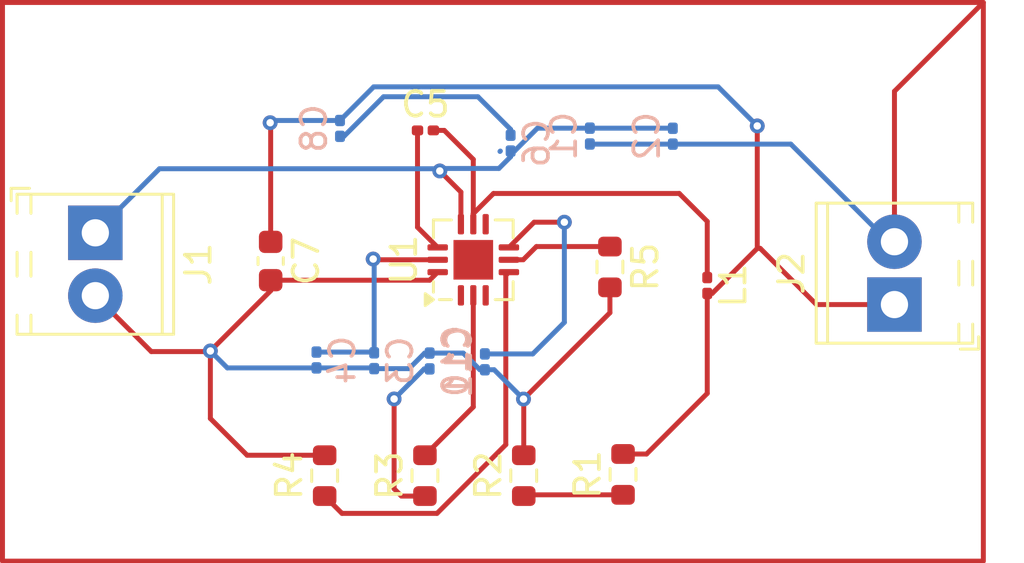
<source format=kicad_pcb>
(kicad_pcb (version 20240108) (generator "pcbnew") (generator_version "8.0")
  (layers (0 "F.Cu" signal) (31 "B.Cu" signal) (34 "B.Paste" user) (35 "F.Paste" user) (36 "B.SilkS" user "B.Silkscreen") (37 "F.SilkS" user "F.Silkscreen") (38 "B.Mask" user) (39 "F.Mask" user) (44 "Edge.Cuts" user))
  (net 0 "")
  (net 1 "Earth")
  (net 2 "Net-(U1-VCC)")
  (net 3 "Net-(U1-BST)")
  (net 4 "Net-(U1-SW)")
  (net 5 "Net-(C10-Pad1)")
  (net 6 "Net-(U1-SS{slash}TRK)")
  (net 7 "Net-(U1-FB)")
  (net 8 "Net-(U1-COMP)")
  (net 9 "Net-(U1-PGOOD)")
  (net 10 "Net-(U1-FREQ)")
  (net 11 "Net-(J1-Pin_1)")
  (net 12 "Net-(J2-Pin_1)")
  (footprint "Inductor_SMD:L_0201_0603Metric" (layer "F.Cu") (at 142.68 83.82 -90)
    (property "Reference" "L1" (at 0 -1.05 90) (layer "F.SilkS"))
    (property "Value" "18.3uH")
    (pad "1" smd roundrect (at -0.32 0 270) (size 0.46 0.4) (layers "F.Cu" "F.Mask") (net 4 "Net-(U1-SW)"))
    (pad "2" smd roundrect (at 0.32 0 270) (size 0.46 0.4) (layers "F.Cu" "F.Mask") (net 12 "Net-(J2-Pin_1)"))
  )
  (footprint "TerminalBlock_Phoenix:TerminalBlock_Phoenix_MPT-0,5-2-2.54_1x02_P2.54mm_Horizontal" (layer "F.Cu") (at 117.97 81.69 -90)
    (property "Reference" "J1" (at 1.27 -4.16 90) (layer "F.SilkS"))
    (property "Value" "Vin 24V")
    (fp_line (start -1.8 3.4) (end -1.3 3.4) (stroke (width 0.12)) (layer "F.SilkS"))
    (fp_line (start -1.56 3.16) (end -0.79 3.16) (stroke (width 0.12)) (layer "F.SilkS"))
    (fp_line (start 0.79 3.16) (end 1.75 3.16) (stroke (width 0.12)) (layer "F.SilkS"))
    (fp_line (start 3.33 3.16) (end 4.1 3.16) (stroke (width 0.12)) (layer "F.SilkS"))
    (fp_line (start -1.8 2.66) (end -1.8 3.4) (stroke (width 0.12)) (layer "F.SilkS"))
    (fp_line (start -1.56 2.6) (end -0.79 2.6) (stroke (width 0.12)) (layer "F.SilkS"))
    (fp_line (start 0.79 2.6) (end 1.75 2.6) (stroke (width 0.12)) (layer "F.SilkS"))
    (fp_line (start 3.33 2.6) (end 4.1 2.6) (stroke (width 0.12)) (layer "F.SilkS"))
    (fp_line (start -1.56 -2.7) (end 4.1 -2.7) (stroke (width 0.12)) (layer "F.SilkS"))
    (fp_line (start -1.56 -3.16) (end -1.56 3.16) (stroke (width 0.12)) (layer "F.SilkS"))
    (fp_line (start -1.56 -3.16) (end 4.1 -3.16) (stroke (width 0.12)) (layer "F.SilkS"))
    (fp_line (start 4.1 -3.16) (end 4.1 3.16) (stroke (width 0.12)) (layer "F.SilkS"))
    (pad "" np_thru_hole circle (at 0 2.54 270) (size 1.1 1.1) (drill 1.1) (layers "*.Cu" "*.Mask"))
    (pad "" np_thru_hole circle (at 2.54 2.54 270) (size 1.1 1.1) (drill 1.1) (layers "*.Cu" "*.Mask"))
    (pad "1" thru_hole rect (at 0 0 270) (size 2.2 2.2) (drill 1.1) (layers "*.Cu" "*.Mask") (net 11 "Net-(J1-Pin_1)"))
    (pad "2" thru_hole circle (at 2.54 0 270) (size 2.2 2.2) (drill 1.1) (layers "*.Cu" "*.Mask") (net 1 "Earth"))
  )
  (footprint "Resistor_SMD:R_0603_1608Metric" (layer "F.Cu") (at 127.23 91.505 90)
    (property "Reference" "R4" (at 0 -1.43 90) (layer "F.SilkS"))
    (property "Value" "50k")
    (fp_line (start -0.237258 -0.5225) (end 0.237258 -0.5225) (stroke (width 0.12)) (layer "F.SilkS"))
    (fp_line (start -0.237258 0.5225) (end 0.237258 0.5225) (stroke (width 0.12)) (layer "F.SilkS"))
    (pad "1" smd roundrect (at -0.825 0 90) (size 0.8 0.95) (layers "F.Cu" "F.Paste" "F.Mask") (net 9 "Net-(U1-PGOOD)"))
    (pad "2" smd roundrect (at 0.825 0 90) (size 0.8 0.95) (layers "F.Cu" "F.Paste" "F.Mask") (net 1 "Earth"))
  )
  (footprint "Package_DFN_QFN:QFN-12-1EP_3x3mm_P0.5mm_EP1.6x1.6mm" (layer "F.Cu") (at 133.2325 82.78 90)
    (property "Reference" "U1" (at 0 -2.8 90) (layer "F.SilkS"))
    (property "Value" "ADP2441")
    (fp_line (start 1.61 -1.61) (end 1.61 -0.885) (stroke (width 0.12)) (layer "F.SilkS"))
    (fp_line (start 0.885 -1.61) (end 1.61 -1.61) (stroke (width 0.12)) (layer "F.SilkS"))
    (fp_line (start -0.885 -1.61) (end -1.31 -1.61) (stroke (width 0.12)) (layer "F.SilkS"))
    (fp_line (start -1.61 -0.885) (end -1.61 -1.37) (stroke (width 0.12)) (layer "F.SilkS"))
    (fp_line (start 1.61 1.61) (end 1.61 0.885) (stroke (width 0.12)) (layer "F.SilkS"))
    (fp_line (start 0.885 1.61) (end 1.61 1.61) (stroke (width 0.12)) (layer "F.SilkS"))
    (fp_line (start -0.885 1.61) (end -1.61 1.61) (stroke (width 0.12)) (layer "F.SilkS"))
    (fp_line (start -1.61 1.61) (end -1.61 0.885) (stroke (width 0.12)) (layer "F.SilkS"))
    (fp_poly (pts (xy -1.61 -1.61) (xy -1.85 -1.94) (xy -1.37 -1.94) (xy -1.61 -1.61)) (stroke (width 0.12)) (fill solid) (layer "F.SilkS"))
    (pad "1" smd roundrect (at -1.4375 -0.5 90) (size 0.825 0.25) (layers "F.Cu" "F.Paste" "F.Mask") (net 7 "Net-(U1-FB)"))
    (pad "2" smd roundrect (at -1.4375 0 90) (size 0.825 0.25) (layers "F.Cu" "F.Paste" "F.Mask") (net 8 "Net-(U1-COMP)"))
    (pad "3" smd roundrect (at -1.4375 0.5 90) (size 0.825 0.25) (layers "F.Cu" "F.Paste" "F.Mask") (net 1 "Earth"))
    (pad "4" smd roundrect (at -0.5 1.4375 90) (size 0.25 0.825) (layers "F.Cu" "F.Paste" "F.Mask") (net 9 "Net-(U1-PGOOD)"))
    (pad "5" smd roundrect (at 0 1.4375 90) (size 0.25 0.825) (layers "F.Cu" "F.Paste" "F.Mask") (net 10 "Net-(U1-FREQ)"))
    (pad "6" smd roundrect (at 0.5 1.4375 90) (size 0.25 0.825) (layers "F.Cu" "F.Paste" "F.Mask") (net 6 "Net-(U1-SS{slash}TRK)"))
    (pad "7" smd roundrect (at 1.4375 0.5 90) (size 0.825 0.25) (layers "F.Cu" "F.Paste" "F.Mask") (net 1 "Earth"))
    (pad "8" smd roundrect (at 1.4375 0 90) (size 0.825 0.25) (layers "F.Cu" "F.Paste" "F.Mask") (net 4 "Net-(U1-SW)"))
    (pad "9" smd roundrect (at 1.4375 -0.5 90) (size 0.825 0.25) (layers "F.Cu" "F.Paste" "F.Mask") (net 11 "Net-(J1-Pin_1)"))
    (pad "10" smd roundrect (at 0.5 -1.4375 90) (size 0.25 0.825) (layers "F.Cu" "F.Paste" "F.Mask") (net 3 "Net-(U1-BST)"))
    (pad "11" smd roundrect (at 0 -1.4375 90) (size 0.25 0.825) (layers "F.Cu" "F.Paste" "F.Mask") (net 2 "Net-(U1-VCC)"))
    (pad "12" smd roundrect (at -0.5 -1.4375 90) (size 0.25 0.825) (layers "F.Cu" "F.Paste" "F.Mask") (net 1 "Earth"))
    (pad "13" smd rect (at 0 0 90) (size 1.6 1.6) (property pad_prop_heatsink) (layers "F.Cu" "F.Mask"))
  )
  (footprint "Resistor_SMD:R_0603_1608Metric" (layer "F.Cu") (at 131.28 91.505 90)
    (property "Reference" "R3" (at 0 -1.43 90) (layer "F.SilkS"))
    (property "Value" "118k")
    (fp_line (start -0.237258 -0.5225) (end 0.237258 -0.5225) (stroke (width 0.12)) (layer "F.SilkS"))
    (fp_line (start -0.237258 0.5225) (end 0.237258 0.5225) (stroke (width 0.12)) (layer "F.SilkS"))
    (pad "1" smd roundrect (at -0.825 0 90) (size 0.8 0.95) (layers "F.Cu" "F.Paste" "F.Mask") (net 5 "Net-(C10-Pad1)"))
    (pad "2" smd roundrect (at 0.825 0 90) (size 0.8 0.95) (layers "F.Cu" "F.Paste" "F.Mask") (net 8 "Net-(U1-COMP)"))
  )
  (footprint "Capacitor_SMD:C_0201_0603Metric" (layer "F.Cu") (at 131.3 77.55)
    (property "Reference" "C5" (at 0 -1.05 360) (layer "F.SilkS"))
    (property "Value" "10nF")
    (pad "1" smd roundrect (at -0.32 0) (size 0.46 0.4) (layers "F.Cu" "F.Mask") (net 3 "Net-(U1-BST)"))
    (pad "2" smd roundrect (at 0.32 0) (size 0.46 0.4) (layers "F.Cu" "F.Mask") (net 4 "Net-(U1-SW)"))
  )
  (footprint "Capacitor_SMD:C_0603_1608Metric" (layer "F.Cu") (at 125.05 82.83 -90)
    (property "Reference" "C7" (at 0 -1.43 90) (layer "F.SilkS"))
    (property "Value" "22uF")
    (fp_line (start -0.14058 0.51) (end 0.14058 0.51) (stroke (width 0.12)) (layer "F.SilkS"))
    (fp_line (start -0.14058 -0.51) (end 0.14058 -0.51) (stroke (width 0.12)) (layer "F.SilkS"))
    (pad "1" smd roundrect (at -0.775 0 270) (size 0.9 0.95) (layers "F.Cu" "F.Paste" "F.Mask") (net 12 "Net-(J2-Pin_1)"))
    (pad "2" smd roundrect (at 0.775 0 270) (size 0.9 0.95) (layers "F.Cu" "F.Paste" "F.Mask") (net 1 "Earth"))
  )
  (footprint "TerminalBlock_Phoenix:TerminalBlock_Phoenix_MPT-0,5-2-2.54_1x02_P2.54mm_Horizontal" (layer "F.Cu") (at 150.24 84.59 90)
    (property "Reference" "J2" (at 1.27 -4.16 90) (layer "F.SilkS"))
    (property "Value" "Vout 5V, 1A")
    (fp_line (start 4.1 -3.16) (end 4.1 3.16) (stroke (width 0.12)) (layer "F.SilkS"))
    (fp_line (start -1.56 -3.16) (end 4.1 -3.16) (stroke (width 0.12)) (layer "F.SilkS"))
    (fp_line (start -1.56 -3.16) (end -1.56 3.16) (stroke (width 0.12)) (layer "F.SilkS"))
    (fp_line (start -1.56 -2.7) (end 4.1 -2.7) (stroke (width 0.12)) (layer "F.SilkS"))
    (fp_line (start 3.33 2.6) (end 4.1 2.6) (stroke (width 0.12)) (layer "F.SilkS"))
    (fp_line (start 0.79 2.6) (end 1.75 2.6) (stroke (width 0.12)) (layer "F.SilkS"))
    (fp_line (start -1.56 2.6) (end -0.79 2.6) (stroke (width 0.12)) (layer "F.SilkS"))
    (fp_line (start -1.8 2.66) (end -1.8 3.4) (stroke (width 0.12)) (layer "F.SilkS"))
    (fp_line (start 3.33 3.16) (end 4.1 3.16) (stroke (width 0.12)) (layer "F.SilkS"))
    (fp_line (start 0.79 3.16) (end 1.75 3.16) (stroke (width 0.12)) (layer "F.SilkS"))
    (fp_line (start -1.56 3.16) (end -0.79 3.16) (stroke (width 0.12)) (layer "F.SilkS"))
    (fp_line (start -1.8 3.4) (end -1.3 3.4) (stroke (width 0.12)) (layer "F.SilkS"))
    (pad "" np_thru_hole circle (at 0 2.54 90) (size 1.1 1.1) (drill 1.1) (layers "*.Cu" "*.Mask"))
    (pad "" np_thru_hole circle (at 2.54 2.54 90) (size 1.1 1.1) (drill 1.1) (layers "*.Cu" "*.Mask"))
    (pad "1" thru_hole rect (at 0 0 90) (size 2.2 2.2) (drill 1.1) (layers "*.Cu" "*.Mask") (net 12 "Net-(J2-Pin_1)"))
    (pad "2" thru_hole circle (at 2.54 0 90) (size 2.2 2.2) (drill 1.1) (layers "*.Cu" "*.Mask") (net 1 "Earth"))
  )
  (footprint "Resistor_SMD:R_0603_1608Metric" (layer "F.Cu") (at 135.27 91.505 90)
    (property "Reference" "R2" (at 0 -1.43 90) (layer "F.SilkS"))
    (property "Value" "10k")
    (fp_line (start -0.237258 -0.5225) (end 0.237258 -0.5225) (stroke (width 0.12)) (layer "F.SilkS"))
    (fp_line (start -0.237258 0.5225) (end 0.237258 0.5225) (stroke (width 0.12)) (layer "F.SilkS"))
    (pad "1" smd roundrect (at -0.825 0 90) (size 0.8 0.95) (layers "F.Cu" "F.Paste" "F.Mask") (net 7 "Net-(U1-FB)"))
    (pad "2" smd roundrect (at 0.825 0 90) (size 0.8 0.95) (layers "F.Cu" "F.Paste" "F.Mask") (net 1 "Earth"))
  )
  (footprint "Resistor_SMD:R_0603_1608Metric" (layer "F.Cu") (at 139.28 91.455 90)
    (property "Reference" "R1" (at 0 -1.43 90) (layer "F.SilkS"))
    (property "Value" "74k")
    (fp_line (start -0.237258 -0.5225) (end 0.237258 -0.5225) (stroke (width 0.12)) (layer "F.SilkS"))
    (fp_line (start -0.237258 0.5225) (end 0.237258 0.5225) (stroke (width 0.12)) (layer "F.SilkS"))
    (pad "1" smd roundrect (at -0.825 0 90) (size 0.8 0.95) (layers "F.Cu" "F.Paste" "F.Mask") (net 7 "Net-(U1-FB)"))
    (pad "2" smd roundrect (at 0.825 0 90) (size 0.8 0.95) (layers "F.Cu" "F.Paste" "F.Mask") (net 12 "Net-(J2-Pin_1)"))
  )
  (footprint "Resistor_SMD:R_0603_1608Metric" (layer "F.Cu") (at 138.75 83.07 -90)
    (property "Reference" "R5" (at 0 -1.43 90) (layer "F.SilkS"))
    (property "Value" "132k")
    (fp_line (start -0.237258 0.5225) (end 0.237258 0.5225) (stroke (width 0.12)) (layer "F.SilkS"))
    (fp_line (start -0.237258 -0.5225) (end 0.237258 -0.5225) (stroke (width 0.12)) (layer "F.SilkS"))
    (pad "1" smd roundrect (at -0.825 0 270) (size 0.8 0.95) (layers "F.Cu" "F.Paste" "F.Mask") (net 10 "Net-(U1-FREQ)"))
    (pad "2" smd roundrect (at 0.825 0 270) (size 0.8 0.95) (layers "F.Cu" "F.Paste" "F.Mask") (net 1 "Earth"))
  )
  (footprint "Capacitor_SMD:C_0201_0603Metric" (layer "B.Cu") (at 126.9 86.83 90)
    (property "Reference" "C4" (at 0 1.05 90) (layer "B.SilkS") (effects (justify mirror)))
    (property "Value" "1uF/25V")
    (pad "1" smd roundrect (at -0.32 0 90) (size 0.46 0.4) (layers "B.Cu" "B.Mask") (net 1 "Earth"))
    (pad "2" smd roundrect (at 0.32 0 90) (size 0.46 0.4) (layers "B.Cu" "B.Mask") (net 2 "Net-(U1-VCC)"))
  )
  (footprint "Capacitor_SMD:C_0201_0603Metric" (layer "B.Cu") (at 129.23 86.86 90)
    (property "Reference" "C3" (at 0 1.05 90) (layer "B.SilkS") (effects (justify mirror)))
    (property "Value" "1uF/25V")
    (pad "1" smd roundrect (at -0.32 0 90) (size 0.46 0.4) (layers "B.Cu" "B.Mask") (net 1 "Earth"))
    (pad "2" smd roundrect (at 0.32 0 90) (size 0.46 0.4) (layers "B.Cu" "B.Mask") (net 2 "Net-(U1-VCC)"))
  )
  (footprint "Capacitor_SMD:C_0201_0603Metric" (layer "B.Cu") (at 127.85 77.47 -90)
    (property "Reference" "C8" (at 0 1.05 90) (layer "B.SilkS") (effects (justify mirror)))
    (property "Value" "10uF")
    (pad "1" smd roundrect (at -0.32 0 270) (size 0.46 0.4) (layers "B.Cu" "B.Mask") (net 12 "Net-(J2-Pin_1)"))
    (pad "2" smd roundrect (at 0.32 0 270) (size 0.46 0.4) (layers "B.Cu" "B.Mask") (net 1 "Earth"))
  )
  (footprint "Capacitor_SMD:C_0201_0603Metric" (layer "B.Cu") (at 137.94 77.78 -90)
    (property "Reference" "C1" (at 0 1.05 90) (layer "B.SilkS") (effects (justify mirror)))
    (property "Value" "4.7uF")
    (pad "1" smd roundrect (at -0.32 0 270) (size 0.46 0.4) (layers "B.Cu" "B.Mask") (net 11 "Net-(J1-Pin_1)"))
    (pad "2" smd roundrect (at 0.32 0 270) (size 0.46 0.4) (layers "B.Cu" "B.Mask") (net 1 "Earth"))
  )
  (footprint "Capacitor_SMD:C_0201_0603Metric" (layer "B.Cu") (at 141.29 77.785 -90)
    (property "Reference" "C2" (at 0 1.05 90) (layer "B.SilkS") (effects (justify mirror)))
    (property "Value" "4.7uF")
    (pad "1" smd roundrect (at -0.32 0 270) (size 0.46 0.4) (layers "B.Cu" "B.Mask") (net 11 "Net-(J1-Pin_1)"))
    (pad "2" smd roundrect (at 0.32 0 270) (size 0.46 0.4) (layers "B.Cu" "B.Mask") (net 1 "Earth"))
  )
  (footprint "Capacitor_SMD:C_0201_0603Metric" (layer "B.Cu") (at 134.74 78.065 90)
    (property "Reference" "C6" (at 0 1.05 90) (layer "B.SilkS") (effects (justify mirror)))
    (property "Value" "0.1uF")
    (pad "1" smd roundrect (at -0.32 0 90) (size 0.46 0.4) (layers "B.Cu" "B.Mask") (net 11 "Net-(J1-Pin_1)"))
    (pad "2" smd roundrect (at 0.32 0 90) (size 0.46 0.4) (layers "B.Cu" "B.Mask") (net 1 "Earth"))
  )
  (footprint "Capacitor_SMD:C_0201_0603Metric" (layer "B.Cu") (at 133.7 86.905 -90)
    (property "Reference" "C11" (at 0 1.05 90) (layer "B.SilkS") (effects (justify mirror)))
    (property "Value" "10nF")
    (pad "1" smd roundrect (at -0.32 0 270) (size 0.46 0.4) (layers "B.Cu" "B.Mask") (net 6 "Net-(U1-SS{slash}TRK)"))
    (pad "2" smd roundrect (at 0.32 0 270) (size 0.46 0.4) (layers "B.Cu" "B.Mask") (net 1 "Earth"))
  )
  (footprint "Capacitor_SMD:C_0201_0603Metric" (layer "B.Cu") (at 131.47 86.87 90)
    (property "Reference" "C10" (at 0 1.05 90) (layer "B.SilkS") (effects (justify mirror)))
    (property "Value" "180pF")
    (pad "1" smd roundrect (at -0.32 0 90) (size 0.46 0.4) (layers "B.Cu" "B.Mask") (net 5 "Net-(C10-Pad1)"))
    (pad "2" smd roundrect (at 0.32 0 90) (size 0.46 0.4) (layers "B.Cu" "B.Mask") (net 1 "Earth"))
  )
  (gr_rect (start 114.22 72.38) (end 153.83 94.96) (stroke (width 0.2)) (fill none) (layer "F.Cu") (net 1))
  (segment (start 117.97 84.23) (end 120.23 86.49) (width 0.2) (layer "F.Cu") (net 1))
  (segment (start 131.795 83.28) (end 131.47 83.605) (width 0.2) (layer "F.Cu") (net 1))
  (segment (start 138.75 83.895) (end 138.75 84.92) (width 0.2) (layer "F.Cu") (net 1))
  (segment (start 122.615 86.465) (end 125.05 84.03) (width 0.2) (layer "F.Cu") (net 1))
  (segment (start 120.23 86.49) (end 122.59 86.49) (width 0.2) (layer "F.Cu") (net 1))
  (segment (start 124.1 90.68) (end 127.23 90.68) (width 0.2) (layer "F.Cu") (net 1))
  (segment (start 138.75 84.92) (end 135.26 88.41) (width 0.2) (layer "F.Cu") (net 1))
  (segment (start 127.18 90.63) (end 127.23 90.68) (width 0.2) (layer "F.Cu") (net 1))
  (segment (start 125.05 84.03) (end 125.05 83.605) (width 0.2) (layer "F.Cu") (net 1))
  (segment (start 122.59 86.49) (end 122.615 86.465) (width 0.2) (layer "F.Cu") (net 1))
  (segment (start 122.615 89.195) (end 124.1 90.68) (width 0.2) (layer "F.Cu") (net 1))
  (segment (start 122.615 86.465) (end 122.615 89.195) (width 0.2) (layer "F.Cu") (net 1))
  (segment (start 131.47 83.605) (end 125.05 83.605) (width 0.2) (layer "F.Cu") (net 1))
  (segment (start 153.83 72.38) (end 150.24 75.97) (width 0.2) (layer "F.Cu") (net 1))
  (segment (start 150.24 75.97) (end 150.24 82.05) (width 0.2) (layer "F.Cu") (net 1))
  (segment (start 135.27 90.68) (end 135.27 88.42) (width 0.2) (layer "F.Cu") (net 1))
  (segment (start 135.27 88.42) (end 135.26 88.41) (width 0.2) (layer "F.Cu") (net 1))
  (segment (start 125.375 83.28) (end 125.05 83.605) (width 0.2) (layer "F.Cu") (net 1))
  (via (at 122.615 86.465) (size 0.6) (drill 0.3) (layers "F.Cu" "B.Cu") (net 1))
  (via (at 135.26 88.41) (size 0.6) (drill 0.3) (layers "F.Cu" "B.Cu") (net 1))
  (segment (start 133.500001 87.225) (end 132.825001 86.55) (width 0.2) (layer "B.Cu") (net 1))
  (segment (start 137.945 78.105) (end 137.94 78.1) (width 0.2) (layer "B.Cu") (net 1))
  (segment (start 129.608456 76.19) (end 128.008456 77.79) (width 0.2) (layer "B.Cu") (net 1))
  (segment (start 150 82.05) (end 146.055 78.105) (width 0.2) (layer "B.Cu") (net 1))
  (segment (start 131.270001 86.55) (end 131.47 86.55) (width 0.2) (layer "B.Cu") (net 1))
  (segment (start 132.825001 86.55) (end 131.47 86.55) (width 0.2) (layer "B.Cu") (net 1))
  (segment (start 130.640001 87.18) (end 131.270001 86.55) (width 0.2) (layer "B.Cu") (net 1))
  (segment (start 129.23 87.18) (end 130.640001 87.18) (width 0.2) (layer "B.Cu") (net 1))
  (segment (start 133.42 76.19) (end 129.608456 76.19) (width 0.2) (layer "B.Cu") (net 1))
  (segment (start 134.74 77.745) (end 134.74 77.51) (width 0.2) (layer "B.Cu") (net 1))
  (segment (start 150.24 82.05) (end 150 82.05) (width 0.2) (layer "B.Cu") (net 1))
  (segment (start 134.31 78.4) (end 134.325 78.385) (width 0.2) (layer "B.Cu") (net 1))
  (segment (start 134.075 87.225) (end 133.7 87.225) (width 0.2) (layer "B.Cu") (net 1))
  (segment (start 122.615 86.465) (end 123.3 87.15) (width 0.2) (layer "B.Cu") (net 1))
  (segment (start 133.665 87.19) (end 133.7 87.225) (width 0.2) (layer "B.Cu") (net 1))
  (segment (start 150.24 82.05) (end 150.09 82.2) (width 0.2) (layer "B.Cu") (net 1))
  (segment (start 134.74 77.51) (end 133.42 76.19) (width 0.2) (layer "B.Cu") (net 1))
  (segment (start 135.26 88.41) (end 134.075 87.225) (width 0.2) (layer "B.Cu") (net 1))
  (segment (start 128.008456 77.79) (end 127.85 77.79) (width 0.2) (layer "B.Cu") (net 1))
  (segment (start 146.055 78.105) (end 141.29 78.105) (width 0.2) (layer "B.Cu") (net 1))
  (segment (start 141.29 78.105) (end 137.945 78.105) (width 0.2) (layer "B.Cu") (net 1))
  (segment (start 126.9 87.15) (end 129.2 87.15) (width 0.2) (layer "B.Cu") (net 1))
  (segment (start 123.3 87.15) (end 126.9 87.15) (width 0.2) (layer "B.Cu") (net 1))
  (segment (start 133.7 87.225) (end 133.500001 87.225) (width 0.2) (layer "B.Cu") (net 1))
  (segment (start 129.2 87.15) (end 129.23 87.18) (width 0.2) (layer "B.Cu") (net 1))
  (segment (start 131.795 82.78) (end 129.22 82.78) (width 0.2) (layer "F.Cu") (net 2))
  (segment (start 129.22 82.78) (end 129.19 82.75) (width 0.2) (layer "F.Cu") (net 2))
  (via (at 129.19 82.75) (size 0.6) (drill 0.3) (layers "F.Cu" "B.Cu") (net 2))
  (segment (start 129.23 82.79) (end 129.23 86.54) (width 0.2) (layer "B.Cu") (net 2))
  (segment (start 126.9 86.51) (end 129.2 86.51) (width 0.2) (layer "B.Cu") (net 2))
  (segment (start 129.2 86.51) (end 129.23 86.54) (width 0.2) (layer "B.Cu") (net 2))
  (segment (start 129.19 82.75) (end 129.23 82.79) (width 0.2) (layer "B.Cu") (net 2))
  (segment (start 130.98 81.465) (end 130.98 77.55) (width 0.2) (layer "F.Cu") (net 3))
  (segment (start 131.795 82.28) (end 130.98 81.465) (width 0.2) (layer "F.Cu") (net 3))
  (segment (start 134.048114 80.1) (end 133.2325 80.915614) (width 0.2) (layer "F.Cu") (net 4))
  (segment (start 131.62 77.55) (end 132.06 77.55) (width 0.2) (layer "F.Cu") (net 4))
  (segment (start 133.2325 80.9075) (end 133.2325 81.3425) (width 0.2) (layer "F.Cu") (net 4))
  (segment (start 141.55 80.1) (end 134.048114 80.1) (width 0.2) (layer "F.Cu") (net 4))
  (segment (start 142.68 83.5) (end 142.68 81.23) (width 0.2) (layer "F.Cu") (net 4))
  (segment (start 142.68 81.23) (end 141.55 80.1) (width 0.2) (layer "F.Cu") (net 4))
  (segment (start 133.2325 78.7225) (end 133.2325 81.3425) (width 0.2) (layer "F.Cu") (net 4))
  (segment (start 133.2325 80.915614) (end 133.2325 81.3425) (width 0.2) (layer "F.Cu") (net 4))
  (segment (start 132.06 77.55) (end 133.2325 78.7225) (width 0.2) (layer "F.Cu") (net 4))
  (segment (start 130.33 92.33) (end 131.28 92.33) (width 0.2) (layer "F.Cu") (net 5))
  (segment (start 130.035 88.405) (end 130.035 92.035) (width 0.2) (layer "F.Cu") (net 5))
  (segment (start 130.035 92.035) (end 130.33 92.33) (width 0.2) (layer "F.Cu") (net 5))
  (via (at 130.035 88.405) (size 0.6) (drill 0.3) (layers "F.Cu" "B.Cu") (net 5))
  (segment (start 131.25 87.19) (end 131.47 87.19) (width 0.2) (layer "B.Cu") (net 5))
  (segment (start 131.46 87.18) (end 131.47 87.19) (width 0.2) (layer "B.Cu") (net 5))
  (segment (start 130.035 88.405) (end 131.25 87.19) (width 0.2) (layer "B.Cu") (net 5))
  (segment (start 134.67 82.28) (end 135.69 81.26) (width 0.2) (layer "F.Cu") (net 6))
  (segment (start 135.69 81.26) (end 136.91 81.26) (width 0.2) (layer "F.Cu") (net 6))
  (via (at 136.91 81.26) (size 0.6) (drill 0.3) (layers "F.Cu" "B.Cu") (net 6))
  (segment (start 136.91 85.31) (end 135.635 86.585) (width 0.2) (layer "B.Cu") (net 6))
  (segment (start 135.635 86.585) (end 133.7 86.585) (width 0.2) (layer "B.Cu") (net 6))
  (segment (start 136.91 81.26) (end 136.91 85.31) (width 0.2) (layer "B.Cu") (net 6))
  (segment (start 139.28 92.28) (end 135.32 92.28) (width 0.2) (layer "F.Cu") (net 7))
  (segment (start 135.32 92.28) (end 135.27 92.33) (width 0.2) (layer "F.Cu") (net 7))
  (segment (start 133.2325 88.7275) (end 133.2325 84.2175) (width 0.2) (layer "F.Cu") (net 8))
  (segment (start 131.28 90.68) (end 133.2325 88.7275) (width 0.2) (layer "F.Cu") (net 8))
  (segment (start 134.545 90.252648) (end 131.767648 93.03) (width 0.2) (layer "F.Cu") (net 9))
  (segment (start 134.67 83.28) (end 134.545 83.405) (width 0.2) (layer "F.Cu") (net 9))
  (segment (start 127.93 93.03) (end 127.23 92.33) (width 0.2) (layer "F.Cu") (net 9))
  (segment (start 131.767648 93.03) (end 127.93 93.03) (width 0.2) (layer "F.Cu") (net 9))
  (segment (start 134.545 83.405) (end 134.545 90.252648) (width 0.2) (layer "F.Cu") (net 9))
  (segment (start 135.246886 82.78) (end 135.781886 82.245) (width 0.2) (layer "F.Cu") (net 10))
  (segment (start 135.781886 82.245) (end 138.75 82.245) (width 0.2) (layer "F.Cu") (net 10))
  (segment (start 134.67 82.78) (end 135.246886 82.78) (width 0.2) (layer "F.Cu") (net 10))
  (segment (start 132.7325 81.3425) (end 132.7325 80.0425) (width 0.2) (layer "F.Cu") (net 11))
  (segment (start 132.7325 80.0425) (end 131.88 79.19) (width 0.2) (layer "F.Cu") (net 11))
  (via (at 131.88 79.19) (size 0.6) (drill 0.3) (layers "F.Cu" "B.Cu") (net 11))
  (segment (start 135.823456 77.46) (end 134.898456 78.385) (width 0.2) (layer "B.Cu") (net 11))
  (segment (start 117.97 81.69) (end 120.56 79.1) (width 0.2) (layer "B.Cu") (net 11))
  (segment (start 131.98 79.09) (end 134.264999 79.09) (width 0.2) (layer "B.Cu") (net 11))
  (segment (start 131.88 79.19) (end 131.98 79.09) (width 0.2) (layer "B.Cu") (net 11))
  (segment (start 134.74 78.614999) (end 134.74 78.385) (width 0.2) (layer "B.Cu") (net 11))
  (segment (start 134.898456 78.385) (end 134.74 78.385) (width 0.2) (layer "B.Cu") (net 11))
  (segment (start 137.94 77.46) (end 141.285 77.46) (width 0.2) (layer "B.Cu") (net 11))
  (segment (start 141.285 77.46) (end 141.29 77.465) (width 0.2) (layer "B.Cu") (net 11))
  (segment (start 131.79 79.1) (end 131.88 79.19) (width 0.2) (layer "B.Cu") (net 11))
  (segment (start 120.56 79.1) (end 131.79 79.1) (width 0.2) (layer "B.Cu") (net 11))
  (segment (start 134.264999 79.09) (end 134.74 78.614999) (width 0.2) (layer "B.Cu") (net 11))
  (segment (start 137.94 77.46) (end 135.823456 77.46) (width 0.2) (layer "B.Cu") (net 11))
  (segment (start 142.879999 84.14) (end 142.68 84.14) (width 0.2) (layer "F.Cu") (net 12))
  (segment (start 147.090002 84.59) (end 150.24 84.59) (width 0.2) (layer "F.Cu") (net 12))
  (segment (start 125.03 77.24) (end 125.05 77.26) (width 0.2) (layer "F.Cu") (net 12))
  (segment (start 144.820001 82.319999) (end 147.090002 84.59) (width 0.2) (layer "F.Cu") (net 12))
  (segment (start 144.7 77.37) (end 144.7 82.319999) (width 0.2) (layer "F.Cu") (net 12))
  (segment (start 139.28 90.63) (end 140.23 90.63) (width 0.2) (layer "F.Cu") (net 12))
  (segment (start 142.68 88.18) (end 140.23 90.63) (width 0.2) (layer "F.Cu") (net 12))
  (segment (start 125.05 77.26) (end 125.05 82.055) (width 0.2) (layer "F.Cu") (net 12))
  (segment (start 142.68 84.14) (end 142.68 88.18) (width 0.2) (layer "F.Cu") (net 12))
  (segment (start 144.7 82.319999) (end 144.820001 82.319999) (width 0.2) (layer "F.Cu") (net 12))
  (segment (start 144.7 82.319999) (end 142.879999 84.14) (width 0.2) (layer "F.Cu") (net 12))
  (via (at 125.03 77.24) (size 0.6) (drill 0.3) (layers "F.Cu" "B.Cu") (net 12))
  (via (at 144.7 77.37) (size 0.6) (drill 0.3) (layers "F.Cu" "B.Cu") (net 12))
  (segment (start 125.12 77.15) (end 127.85 77.15) (width 0.2) (layer "B.Cu") (net 12))
  (segment (start 144.7 77.37) (end 143.12 75.79) (width 0.2) (layer "B.Cu") (net 12))
  (segment (start 129.21 75.79) (end 127.85 77.15) (width 0.2) (layer "B.Cu") (net 12))
  (segment (start 125.03 77.24) (end 125.12 77.15) (width 0.2) (layer "B.Cu") (net 12))
  (segment (start 143.12 75.79) (end 129.21 75.79) (width 0.2) (layer "B.Cu") (net 12))
)
</source>
